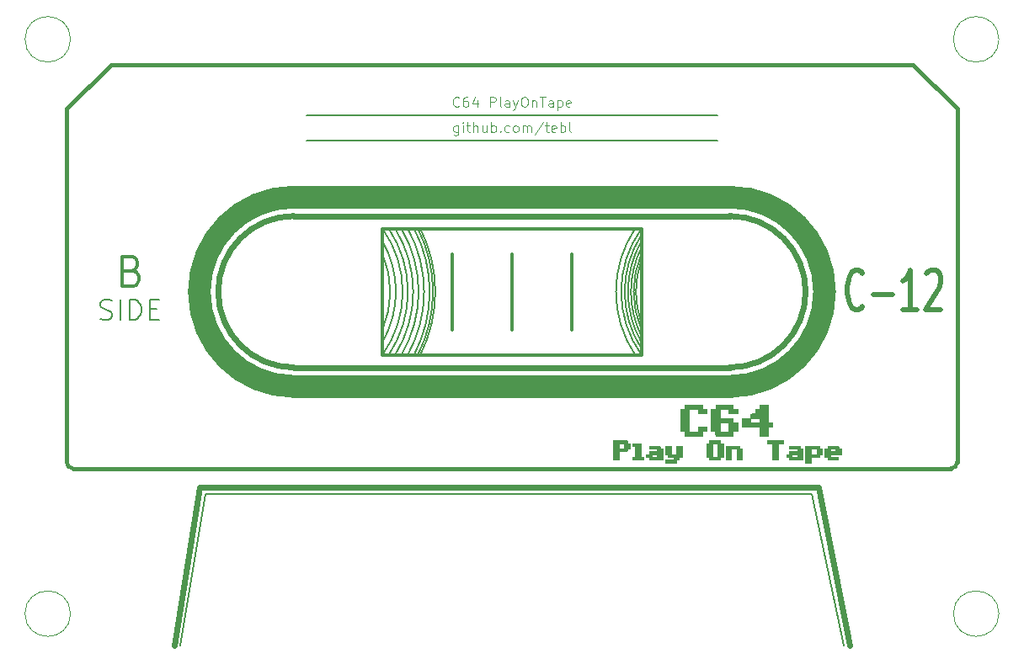
<source format=gto>
G04 #@! TF.GenerationSoftware,KiCad,Pcbnew,(5.1.8)-1*
G04 #@! TF.CreationDate,2022-02-20T18:12:03+01:00*
G04 #@! TF.ProjectId,PlayOnTape Backplate,506c6179-4f6e-4546-9170-65204261636b,rev?*
G04 #@! TF.SameCoordinates,Original*
G04 #@! TF.FileFunction,Legend,Top*
G04 #@! TF.FilePolarity,Positive*
%FSLAX46Y46*%
G04 Gerber Fmt 4.6, Leading zero omitted, Abs format (unit mm)*
G04 Created by KiCad (PCBNEW (5.1.8)-1) date 2022-02-20 18:12:03*
%MOMM*%
%LPD*%
G01*
G04 APERTURE LIST*
%ADD10C,0.150000*%
%ADD11C,0.300000*%
%ADD12C,2.300000*%
%ADD13C,0.400000*%
%ADD14C,0.600000*%
%ADD15C,0.500000*%
%ADD16C,0.200000*%
%ADD17C,0.100000*%
%ADD18C,0.010000*%
%ADD19C,0.120000*%
G04 APERTURE END LIST*
D10*
X107314999Y-102870000D02*
G75*
G02*
X107314999Y-110489999I-8889999J-3810000D01*
G01*
D11*
X120320000Y-102870000D02*
X120320000Y-110490000D01*
X126365000Y-102870000D02*
X126365000Y-110490000D01*
X114300000Y-102870000D02*
X114300000Y-110490000D01*
X107315000Y-113030000D02*
X107314999Y-100330001D01*
X133350000Y-113030000D02*
X133350000Y-100330000D01*
D10*
X133350001Y-111125000D02*
G75*
G02*
X133350001Y-102235001I8889999J4445000D01*
G01*
X133350002Y-109855000D02*
G75*
G02*
X133350001Y-103505001I8889998J3175000D01*
G01*
X133350001Y-110490000D02*
G75*
G02*
X133350001Y-102870001I8889999J3810000D01*
G01*
X133350001Y-111760000D02*
G75*
G02*
X133350001Y-101600001I8889999J5080000D01*
G01*
X133350001Y-112395000D02*
G75*
G02*
X133350001Y-100965001I8889999J5715000D01*
G01*
X133350001Y-113030000D02*
G75*
G02*
X133350001Y-100330001I8889999J6350000D01*
G01*
X132715001Y-113030000D02*
G75*
G02*
X132715001Y-100330001I9524999J6350000D01*
G01*
X107314999Y-101600000D02*
G75*
G02*
X107314999Y-111759999I-8889999J-5080000D01*
G01*
X107314999Y-100330000D02*
G75*
G02*
X107314999Y-113029999I-8889999J-6350000D01*
G01*
X107949999Y-100330000D02*
G75*
G02*
X107949999Y-113029999I-9524999J-6350000D01*
G01*
X109219998Y-100330001D02*
G75*
G02*
X109219999Y-113029999I-10794998J-6349999D01*
G01*
X108584999Y-100330000D02*
G75*
G02*
X108584999Y-113029999I-10159999J-6350000D01*
G01*
X109854999Y-100330000D02*
G75*
G02*
X109854999Y-113029999I-11429999J-6350000D01*
G01*
X110896392Y-100380018D02*
G75*
G02*
X110870999Y-113029999I-12471392J-6299982D01*
G01*
X110489999Y-100330000D02*
G75*
G02*
X110489999Y-113029999I-12064999J-6350000D01*
G01*
X111124998Y-100330000D02*
G75*
G02*
X111124999Y-113029999I-12699998J-6350000D01*
G01*
D11*
X133350000Y-113030000D02*
X107315000Y-113030000D01*
X107315000Y-100330000D02*
X133350000Y-100330000D01*
X82129285Y-104560714D02*
X82557857Y-104703571D01*
X82700714Y-104846428D01*
X82843571Y-105132142D01*
X82843571Y-105560714D01*
X82700714Y-105846428D01*
X82557857Y-105989285D01*
X82272142Y-106132142D01*
X81129285Y-106132142D01*
X81129285Y-103132142D01*
X82129285Y-103132142D01*
X82415000Y-103275000D01*
X82557857Y-103417857D01*
X82700714Y-103703571D01*
X82700714Y-103989285D01*
X82557857Y-104275000D01*
X82415000Y-104417857D01*
X82129285Y-104560714D01*
X81129285Y-104560714D01*
D12*
X88900000Y-106680000D02*
G75*
G03*
X98425000Y-116205000I9525000J0D01*
G01*
X98425000Y-97155000D02*
G75*
G03*
X88900000Y-106680000I0J-9525000D01*
G01*
X142240000Y-116205000D02*
G75*
G03*
X151765000Y-106680000I0J9525000D01*
G01*
X151765000Y-106680000D02*
G75*
G03*
X142240000Y-97155000I-9525000J0D01*
G01*
X98425000Y-97155000D02*
X142240000Y-97155000D01*
X98425000Y-116205000D02*
X142240000Y-116205000D01*
D13*
X76200000Y-124460000D02*
X164465000Y-124460000D01*
D14*
X142240000Y-99060000D02*
X98425000Y-99060000D01*
X98425000Y-114300000D02*
X142240000Y-114300000D01*
X90805000Y-106680000D02*
G75*
G03*
X98425000Y-114300000I7620000J0D01*
G01*
D15*
X155595238Y-108108571D02*
X155476190Y-108299047D01*
X155119047Y-108489523D01*
X154880952Y-108489523D01*
X154523809Y-108299047D01*
X154285714Y-107918095D01*
X154166666Y-107537142D01*
X154047619Y-106775238D01*
X154047619Y-106203809D01*
X154166666Y-105441904D01*
X154285714Y-105060952D01*
X154523809Y-104680000D01*
X154880952Y-104489523D01*
X155119047Y-104489523D01*
X155476190Y-104680000D01*
X155595238Y-104870476D01*
X156666666Y-106965714D02*
X158571428Y-106965714D01*
X161071428Y-108489523D02*
X159642857Y-108489523D01*
X160357142Y-108489523D02*
X160357142Y-104489523D01*
X160119047Y-105060952D01*
X159880952Y-105441904D01*
X159642857Y-105632380D01*
X162023809Y-104870476D02*
X162142857Y-104680000D01*
X162380952Y-104489523D01*
X162976190Y-104489523D01*
X163214285Y-104680000D01*
X163333333Y-104870476D01*
X163452380Y-105251428D01*
X163452380Y-105632380D01*
X163333333Y-106203809D01*
X161904761Y-108489523D01*
X163452380Y-108489523D01*
D10*
X78962619Y-109394523D02*
X79248333Y-109489761D01*
X79724523Y-109489761D01*
X79915000Y-109394523D01*
X80010238Y-109299285D01*
X80105476Y-109108809D01*
X80105476Y-108918333D01*
X80010238Y-108727857D01*
X79915000Y-108632619D01*
X79724523Y-108537380D01*
X79343571Y-108442142D01*
X79153095Y-108346904D01*
X79057857Y-108251666D01*
X78962619Y-108061190D01*
X78962619Y-107870714D01*
X79057857Y-107680238D01*
X79153095Y-107585000D01*
X79343571Y-107489761D01*
X79819761Y-107489761D01*
X80105476Y-107585000D01*
X80962619Y-109489761D02*
X80962619Y-107489761D01*
X81915000Y-109489761D02*
X81915000Y-107489761D01*
X82391190Y-107489761D01*
X82676904Y-107585000D01*
X82867380Y-107775476D01*
X82962619Y-107965952D01*
X83057857Y-108346904D01*
X83057857Y-108632619D01*
X82962619Y-109013571D01*
X82867380Y-109204047D01*
X82676904Y-109394523D01*
X82391190Y-109489761D01*
X81915000Y-109489761D01*
X83915000Y-108442142D02*
X84581666Y-108442142D01*
X84867380Y-109489761D02*
X83915000Y-109489761D01*
X83915000Y-107489761D01*
X84867380Y-107489761D01*
D16*
X99695000Y-88900000D02*
X140970000Y-88900000D01*
X99695000Y-91440000D02*
X140970000Y-91440000D01*
D17*
X114927738Y-89955714D02*
X114927738Y-90765238D01*
X114880119Y-90860476D01*
X114832500Y-90908095D01*
X114737261Y-90955714D01*
X114594404Y-90955714D01*
X114499166Y-90908095D01*
X114927738Y-90574761D02*
X114832500Y-90622380D01*
X114642023Y-90622380D01*
X114546785Y-90574761D01*
X114499166Y-90527142D01*
X114451547Y-90431904D01*
X114451547Y-90146190D01*
X114499166Y-90050952D01*
X114546785Y-90003333D01*
X114642023Y-89955714D01*
X114832500Y-89955714D01*
X114927738Y-90003333D01*
X115403928Y-90622380D02*
X115403928Y-89955714D01*
X115403928Y-89622380D02*
X115356309Y-89670000D01*
X115403928Y-89717619D01*
X115451547Y-89670000D01*
X115403928Y-89622380D01*
X115403928Y-89717619D01*
X115737261Y-89955714D02*
X116118214Y-89955714D01*
X115880119Y-89622380D02*
X115880119Y-90479523D01*
X115927738Y-90574761D01*
X116022976Y-90622380D01*
X116118214Y-90622380D01*
X116451547Y-90622380D02*
X116451547Y-89622380D01*
X116880119Y-90622380D02*
X116880119Y-90098571D01*
X116832500Y-90003333D01*
X116737261Y-89955714D01*
X116594404Y-89955714D01*
X116499166Y-90003333D01*
X116451547Y-90050952D01*
X117784880Y-89955714D02*
X117784880Y-90622380D01*
X117356309Y-89955714D02*
X117356309Y-90479523D01*
X117403928Y-90574761D01*
X117499166Y-90622380D01*
X117642023Y-90622380D01*
X117737261Y-90574761D01*
X117784880Y-90527142D01*
X118261071Y-90622380D02*
X118261071Y-89622380D01*
X118261071Y-90003333D02*
X118356309Y-89955714D01*
X118546785Y-89955714D01*
X118642023Y-90003333D01*
X118689642Y-90050952D01*
X118737261Y-90146190D01*
X118737261Y-90431904D01*
X118689642Y-90527142D01*
X118642023Y-90574761D01*
X118546785Y-90622380D01*
X118356309Y-90622380D01*
X118261071Y-90574761D01*
X119165833Y-90527142D02*
X119213452Y-90574761D01*
X119165833Y-90622380D01*
X119118214Y-90574761D01*
X119165833Y-90527142D01*
X119165833Y-90622380D01*
X120070595Y-90574761D02*
X119975357Y-90622380D01*
X119784880Y-90622380D01*
X119689642Y-90574761D01*
X119642023Y-90527142D01*
X119594404Y-90431904D01*
X119594404Y-90146190D01*
X119642023Y-90050952D01*
X119689642Y-90003333D01*
X119784880Y-89955714D01*
X119975357Y-89955714D01*
X120070595Y-90003333D01*
X120642023Y-90622380D02*
X120546785Y-90574761D01*
X120499166Y-90527142D01*
X120451547Y-90431904D01*
X120451547Y-90146190D01*
X120499166Y-90050952D01*
X120546785Y-90003333D01*
X120642023Y-89955714D01*
X120784880Y-89955714D01*
X120880119Y-90003333D01*
X120927738Y-90050952D01*
X120975357Y-90146190D01*
X120975357Y-90431904D01*
X120927738Y-90527142D01*
X120880119Y-90574761D01*
X120784880Y-90622380D01*
X120642023Y-90622380D01*
X121403928Y-90622380D02*
X121403928Y-89955714D01*
X121403928Y-90050952D02*
X121451547Y-90003333D01*
X121546785Y-89955714D01*
X121689642Y-89955714D01*
X121784880Y-90003333D01*
X121832500Y-90098571D01*
X121832500Y-90622380D01*
X121832500Y-90098571D02*
X121880119Y-90003333D01*
X121975357Y-89955714D01*
X122118214Y-89955714D01*
X122213452Y-90003333D01*
X122261071Y-90098571D01*
X122261071Y-90622380D01*
X123451547Y-89574761D02*
X122594404Y-90860476D01*
X123642023Y-89955714D02*
X124022976Y-89955714D01*
X123784880Y-89622380D02*
X123784880Y-90479523D01*
X123832500Y-90574761D01*
X123927738Y-90622380D01*
X124022976Y-90622380D01*
X124737261Y-90574761D02*
X124642023Y-90622380D01*
X124451547Y-90622380D01*
X124356309Y-90574761D01*
X124308690Y-90479523D01*
X124308690Y-90098571D01*
X124356309Y-90003333D01*
X124451547Y-89955714D01*
X124642023Y-89955714D01*
X124737261Y-90003333D01*
X124784880Y-90098571D01*
X124784880Y-90193809D01*
X124308690Y-90289047D01*
X125213452Y-90622380D02*
X125213452Y-89622380D01*
X125213452Y-90003333D02*
X125308690Y-89955714D01*
X125499166Y-89955714D01*
X125594404Y-90003333D01*
X125642023Y-90050952D01*
X125689642Y-90146190D01*
X125689642Y-90431904D01*
X125642023Y-90527142D01*
X125594404Y-90574761D01*
X125499166Y-90622380D01*
X125308690Y-90622380D01*
X125213452Y-90574761D01*
X126261071Y-90622380D02*
X126165833Y-90574761D01*
X126118214Y-90479523D01*
X126118214Y-89622380D01*
X115022976Y-87987142D02*
X114975357Y-88034761D01*
X114832500Y-88082380D01*
X114737261Y-88082380D01*
X114594404Y-88034761D01*
X114499166Y-87939523D01*
X114451547Y-87844285D01*
X114403928Y-87653809D01*
X114403928Y-87510952D01*
X114451547Y-87320476D01*
X114499166Y-87225238D01*
X114594404Y-87130000D01*
X114737261Y-87082380D01*
X114832500Y-87082380D01*
X114975357Y-87130000D01*
X115022976Y-87177619D01*
X115880119Y-87082380D02*
X115689642Y-87082380D01*
X115594404Y-87130000D01*
X115546785Y-87177619D01*
X115451547Y-87320476D01*
X115403928Y-87510952D01*
X115403928Y-87891904D01*
X115451547Y-87987142D01*
X115499166Y-88034761D01*
X115594404Y-88082380D01*
X115784880Y-88082380D01*
X115880119Y-88034761D01*
X115927738Y-87987142D01*
X115975357Y-87891904D01*
X115975357Y-87653809D01*
X115927738Y-87558571D01*
X115880119Y-87510952D01*
X115784880Y-87463333D01*
X115594404Y-87463333D01*
X115499166Y-87510952D01*
X115451547Y-87558571D01*
X115403928Y-87653809D01*
X116832500Y-87415714D02*
X116832500Y-88082380D01*
X116594404Y-87034761D02*
X116356309Y-87749047D01*
X116975357Y-87749047D01*
X118118214Y-88082380D02*
X118118214Y-87082380D01*
X118499166Y-87082380D01*
X118594404Y-87130000D01*
X118642023Y-87177619D01*
X118689642Y-87272857D01*
X118689642Y-87415714D01*
X118642023Y-87510952D01*
X118594404Y-87558571D01*
X118499166Y-87606190D01*
X118118214Y-87606190D01*
X119261071Y-88082380D02*
X119165833Y-88034761D01*
X119118214Y-87939523D01*
X119118214Y-87082380D01*
X120070595Y-88082380D02*
X120070595Y-87558571D01*
X120022976Y-87463333D01*
X119927738Y-87415714D01*
X119737261Y-87415714D01*
X119642023Y-87463333D01*
X120070595Y-88034761D02*
X119975357Y-88082380D01*
X119737261Y-88082380D01*
X119642023Y-88034761D01*
X119594404Y-87939523D01*
X119594404Y-87844285D01*
X119642023Y-87749047D01*
X119737261Y-87701428D01*
X119975357Y-87701428D01*
X120070595Y-87653809D01*
X120451547Y-87415714D02*
X120689642Y-88082380D01*
X120927738Y-87415714D02*
X120689642Y-88082380D01*
X120594404Y-88320476D01*
X120546785Y-88368095D01*
X120451547Y-88415714D01*
X121499166Y-87082380D02*
X121689642Y-87082380D01*
X121784880Y-87130000D01*
X121880119Y-87225238D01*
X121927738Y-87415714D01*
X121927738Y-87749047D01*
X121880119Y-87939523D01*
X121784880Y-88034761D01*
X121689642Y-88082380D01*
X121499166Y-88082380D01*
X121403928Y-88034761D01*
X121308690Y-87939523D01*
X121261071Y-87749047D01*
X121261071Y-87415714D01*
X121308690Y-87225238D01*
X121403928Y-87130000D01*
X121499166Y-87082380D01*
X122356309Y-87415714D02*
X122356309Y-88082380D01*
X122356309Y-87510952D02*
X122403928Y-87463333D01*
X122499166Y-87415714D01*
X122642023Y-87415714D01*
X122737261Y-87463333D01*
X122784880Y-87558571D01*
X122784880Y-88082380D01*
X123118214Y-87082380D02*
X123689642Y-87082380D01*
X123403928Y-88082380D02*
X123403928Y-87082380D01*
X124451547Y-88082380D02*
X124451547Y-87558571D01*
X124403928Y-87463333D01*
X124308690Y-87415714D01*
X124118214Y-87415714D01*
X124022976Y-87463333D01*
X124451547Y-88034761D02*
X124356309Y-88082380D01*
X124118214Y-88082380D01*
X124022976Y-88034761D01*
X123975357Y-87939523D01*
X123975357Y-87844285D01*
X124022976Y-87749047D01*
X124118214Y-87701428D01*
X124356309Y-87701428D01*
X124451547Y-87653809D01*
X124927738Y-87415714D02*
X124927738Y-88415714D01*
X124927738Y-87463333D02*
X125022976Y-87415714D01*
X125213452Y-87415714D01*
X125308690Y-87463333D01*
X125356309Y-87510952D01*
X125403928Y-87606190D01*
X125403928Y-87891904D01*
X125356309Y-87987142D01*
X125308690Y-88034761D01*
X125213452Y-88082380D01*
X125022976Y-88082380D01*
X124927738Y-88034761D01*
X126213452Y-88034761D02*
X126118214Y-88082380D01*
X125927738Y-88082380D01*
X125832500Y-88034761D01*
X125784880Y-87939523D01*
X125784880Y-87558571D01*
X125832500Y-87463333D01*
X125927738Y-87415714D01*
X126118214Y-87415714D01*
X126213452Y-87463333D01*
X126261071Y-87558571D01*
X126261071Y-87653809D01*
X125784880Y-87749047D01*
D16*
X153670000Y-142240000D02*
X150495000Y-127000000D01*
X86995000Y-142240000D02*
X89530000Y-127000000D01*
X150495000Y-127000000D02*
X89535000Y-127000000D01*
D14*
X149860000Y-106680000D02*
G75*
G03*
X142240000Y-99060000I-7620000J0D01*
G01*
X142240000Y-114300000D02*
G75*
G03*
X149860000Y-106680000I0J7620000D01*
G01*
X98425000Y-99060000D02*
G75*
G03*
X90805000Y-106680000I0J-7620000D01*
G01*
D13*
X160655000Y-83820000D02*
X80010000Y-83820000D01*
X165100000Y-123825000D02*
X165100000Y-88265000D01*
X164465000Y-124460000D02*
G75*
G03*
X165100000Y-123825000I0J635000D01*
G01*
X75565000Y-123825000D02*
X75565000Y-88265000D01*
X75565000Y-123825000D02*
G75*
G03*
X76200000Y-124460000I635000J0D01*
G01*
X160655000Y-83820000D02*
X165100000Y-88265000D01*
X80010000Y-83820000D02*
X75565000Y-88265000D01*
D14*
X88900000Y-126365000D02*
X151130000Y-126365000D01*
X88900000Y-126365000D02*
X86360000Y-142240000D01*
X151130000Y-126365000D02*
X154305000Y-142240000D01*
D18*
G36*
X136316130Y-123014311D02*
G01*
X136875490Y-123014311D01*
X136875490Y-122200697D01*
X137409424Y-122200697D01*
X137409424Y-123293990D01*
X137129744Y-123293990D01*
X137129744Y-123573670D01*
X136850064Y-123573670D01*
X136850064Y-123853350D01*
X135756771Y-123853350D01*
X135756771Y-123573670D01*
X136595810Y-123573670D01*
X136595810Y-123293990D01*
X136036451Y-123293990D01*
X136036451Y-123014311D01*
X135756771Y-123014311D01*
X135756771Y-122200697D01*
X136316130Y-122200697D01*
X136316130Y-123014311D01*
G37*
X136316130Y-123014311D02*
X136875490Y-123014311D01*
X136875490Y-122200697D01*
X137409424Y-122200697D01*
X137409424Y-123293990D01*
X137129744Y-123293990D01*
X137129744Y-123573670D01*
X136850064Y-123573670D01*
X136850064Y-123853350D01*
X135756771Y-123853350D01*
X135756771Y-123573670D01*
X136595810Y-123573670D01*
X136595810Y-123293990D01*
X136036451Y-123293990D01*
X136036451Y-123014311D01*
X135756771Y-123014311D01*
X135756771Y-122200697D01*
X136316130Y-122200697D01*
X136316130Y-123014311D01*
G36*
X151220457Y-122334180D02*
G01*
X151228142Y-122467664D01*
X151361626Y-122475349D01*
X151495109Y-122483034D01*
X151495109Y-123011653D01*
X151361626Y-123019338D01*
X151228142Y-123027023D01*
X151220457Y-123160507D01*
X151212772Y-123293990D01*
X150401816Y-123293990D01*
X150401816Y-123853350D01*
X149842457Y-123853350D01*
X149842457Y-123014311D01*
X150401816Y-123014311D01*
X150962896Y-123014311D01*
X150955679Y-122740987D01*
X150948463Y-122467664D01*
X150675139Y-122460447D01*
X150401816Y-122453231D01*
X150401816Y-123014311D01*
X149842457Y-123014311D01*
X149842457Y-122200697D01*
X151212772Y-122200697D01*
X151220457Y-122334180D01*
G37*
X151220457Y-122334180D02*
X151228142Y-122467664D01*
X151361626Y-122475349D01*
X151495109Y-122483034D01*
X151495109Y-123011653D01*
X151361626Y-123019338D01*
X151228142Y-123027023D01*
X151220457Y-123160507D01*
X151212772Y-123293990D01*
X150401816Y-123293990D01*
X150401816Y-123853350D01*
X149842457Y-123853350D01*
X149842457Y-123014311D01*
X150401816Y-123014311D01*
X150962896Y-123014311D01*
X150955679Y-122740987D01*
X150948463Y-122467664D01*
X150675139Y-122460447D01*
X150401816Y-122453231D01*
X150401816Y-123014311D01*
X149842457Y-123014311D01*
X149842457Y-122200697D01*
X151212772Y-122200697D01*
X151220457Y-122334180D01*
G36*
X131897134Y-121774821D02*
G01*
X131904819Y-121908305D01*
X132038303Y-121915990D01*
X132171786Y-121923675D01*
X132171786Y-122452294D01*
X132038303Y-122459979D01*
X131904819Y-122467664D01*
X131897134Y-122601147D01*
X131889449Y-122734631D01*
X131078493Y-122734631D01*
X131078493Y-123573670D01*
X130519133Y-123573670D01*
X130519133Y-121921017D01*
X131078493Y-121921017D01*
X131078493Y-122482097D01*
X131351816Y-122474881D01*
X131625139Y-122467664D01*
X131632356Y-122194341D01*
X131639572Y-121921017D01*
X131078493Y-121921017D01*
X130519133Y-121921017D01*
X130519133Y-121641338D01*
X131889449Y-121641338D01*
X131897134Y-121774821D01*
G37*
X131897134Y-121774821D02*
X131904819Y-121908305D01*
X132038303Y-121915990D01*
X132171786Y-121923675D01*
X132171786Y-122452294D01*
X132038303Y-122459979D01*
X131904819Y-122467664D01*
X131897134Y-122601147D01*
X131889449Y-122734631D01*
X131078493Y-122734631D01*
X131078493Y-123573670D01*
X130519133Y-123573670D01*
X130519133Y-121921017D01*
X131078493Y-121921017D01*
X131078493Y-122482097D01*
X131351816Y-122474881D01*
X131625139Y-122467664D01*
X131632356Y-122194341D01*
X131639572Y-121921017D01*
X131078493Y-121921017D01*
X130519133Y-121921017D01*
X130519133Y-121641338D01*
X131889449Y-121641338D01*
X131897134Y-121774821D01*
G36*
X133290505Y-123293990D02*
G01*
X133544759Y-123293990D01*
X133544759Y-123573670D01*
X132451466Y-123573670D01*
X132451466Y-123293990D01*
X132731145Y-123293990D01*
X132731145Y-122200697D01*
X132451466Y-122200697D01*
X132451466Y-121921017D01*
X133290505Y-121921017D01*
X133290505Y-123293990D01*
G37*
X133290505Y-123293990D02*
X133544759Y-123293990D01*
X133544759Y-123573670D01*
X132451466Y-123573670D01*
X132451466Y-123293990D01*
X132731145Y-123293990D01*
X132731145Y-122200697D01*
X132451466Y-122200697D01*
X132451466Y-121921017D01*
X133290505Y-121921017D01*
X133290505Y-123293990D01*
G36*
X135202439Y-122334180D02*
G01*
X135210124Y-122467664D01*
X135343608Y-122475349D01*
X135477091Y-122483034D01*
X135477091Y-123573670D01*
X134104118Y-123573670D01*
X134104118Y-123293990D01*
X134383798Y-123293990D01*
X134945815Y-123293990D01*
X134938130Y-123160507D01*
X134930445Y-123027023D01*
X134657121Y-123019807D01*
X134383798Y-123012590D01*
X134383798Y-123293990D01*
X134104118Y-123293990D01*
X133824439Y-123293990D01*
X133824439Y-123014311D01*
X134104118Y-123014311D01*
X134104118Y-122734631D01*
X134945815Y-122734631D01*
X134938130Y-122601147D01*
X134930445Y-122467664D01*
X134517281Y-122460678D01*
X134104118Y-122453692D01*
X134104118Y-122200697D01*
X135194754Y-122200697D01*
X135202439Y-122334180D01*
G37*
X135202439Y-122334180D02*
X135210124Y-122467664D01*
X135343608Y-122475349D01*
X135477091Y-122483034D01*
X135477091Y-123573670D01*
X134104118Y-123573670D01*
X134104118Y-123293990D01*
X134383798Y-123293990D01*
X134945815Y-123293990D01*
X134938130Y-123160507D01*
X134930445Y-123027023D01*
X134657121Y-123019807D01*
X134383798Y-123012590D01*
X134383798Y-123293990D01*
X134104118Y-123293990D01*
X133824439Y-123293990D01*
X133824439Y-123014311D01*
X134104118Y-123014311D01*
X134104118Y-122734631D01*
X134945815Y-122734631D01*
X134938130Y-122601147D01*
X134930445Y-122467664D01*
X134517281Y-122460678D01*
X134104118Y-122453692D01*
X134104118Y-122200697D01*
X135194754Y-122200697D01*
X135202439Y-122334180D01*
G36*
X141279116Y-121774821D02*
G01*
X141286801Y-121908305D01*
X141420284Y-121915990D01*
X141553768Y-121923675D01*
X141553768Y-123293990D01*
X141274088Y-123293990D01*
X141274088Y-123573670D01*
X140180795Y-123573670D01*
X140180795Y-123293990D01*
X139901115Y-123293990D01*
X139901115Y-121921017D01*
X140180795Y-121921017D01*
X140460475Y-121921017D01*
X140460475Y-123293990D01*
X141019834Y-123293990D01*
X141019834Y-121921017D01*
X140460475Y-121921017D01*
X140180795Y-121921017D01*
X140180795Y-121641338D01*
X141271431Y-121641338D01*
X141279116Y-121774821D01*
G37*
X141279116Y-121774821D02*
X141286801Y-121908305D01*
X141420284Y-121915990D01*
X141553768Y-121923675D01*
X141553768Y-123293990D01*
X141274088Y-123293990D01*
X141274088Y-123573670D01*
X140180795Y-123573670D01*
X140180795Y-123293990D01*
X139901115Y-123293990D01*
X139901115Y-121921017D01*
X140180795Y-121921017D01*
X140460475Y-121921017D01*
X140460475Y-123293990D01*
X141019834Y-123293990D01*
X141019834Y-121921017D01*
X140460475Y-121921017D01*
X140180795Y-121921017D01*
X140180795Y-121641338D01*
X141271431Y-121641338D01*
X141279116Y-121774821D01*
G36*
X143211448Y-122334180D02*
G01*
X143219133Y-122467664D01*
X143352617Y-122475349D01*
X143486100Y-122483034D01*
X143486100Y-123573670D01*
X142953158Y-123573670D01*
X142939454Y-122467664D01*
X142666130Y-122460447D01*
X142392807Y-122453231D01*
X142392807Y-123573670D01*
X141833448Y-123573670D01*
X141833448Y-122200697D01*
X143203763Y-122200697D01*
X143211448Y-122334180D01*
G37*
X143211448Y-122334180D02*
X143219133Y-122467664D01*
X143352617Y-122475349D01*
X143486100Y-122483034D01*
X143486100Y-123573670D01*
X142953158Y-123573670D01*
X142939454Y-122467664D01*
X142666130Y-122460447D01*
X142392807Y-122453231D01*
X142392807Y-123573670D01*
X141833448Y-123573670D01*
X141833448Y-122200697D01*
X143203763Y-122200697D01*
X143211448Y-122334180D01*
G36*
X147630445Y-121921017D02*
G01*
X147071085Y-121921017D01*
X147071085Y-123573670D01*
X146537151Y-123573670D01*
X146537151Y-121921017D01*
X145977792Y-121921017D01*
X145977792Y-121641338D01*
X147630445Y-121641338D01*
X147630445Y-121921017D01*
G37*
X147630445Y-121921017D02*
X147071085Y-121921017D01*
X147071085Y-123573670D01*
X146537151Y-123573670D01*
X146537151Y-121921017D01*
X145977792Y-121921017D01*
X145977792Y-121641338D01*
X147630445Y-121641338D01*
X147630445Y-121921017D01*
G36*
X149288125Y-122334180D02*
G01*
X149295810Y-122467664D01*
X149429294Y-122475349D01*
X149562777Y-122483034D01*
X149562777Y-123573670D01*
X148189804Y-123573670D01*
X148189804Y-123293990D01*
X148469484Y-123293990D01*
X149031500Y-123293990D01*
X149023815Y-123160507D01*
X149016130Y-123027023D01*
X148742807Y-123019807D01*
X148469484Y-123012590D01*
X148469484Y-123293990D01*
X148189804Y-123293990D01*
X147910124Y-123293990D01*
X147910124Y-123014311D01*
X148189804Y-123014311D01*
X148189804Y-122734631D01*
X149031500Y-122734631D01*
X149023815Y-122601147D01*
X149016130Y-122467664D01*
X148189804Y-122453692D01*
X148189804Y-122200697D01*
X149280440Y-122200697D01*
X149288125Y-122334180D01*
G37*
X149288125Y-122334180D02*
X149295810Y-122467664D01*
X149429294Y-122475349D01*
X149562777Y-122483034D01*
X149562777Y-123573670D01*
X148189804Y-123573670D01*
X148189804Y-123293990D01*
X148469484Y-123293990D01*
X149031500Y-123293990D01*
X149023815Y-123160507D01*
X149016130Y-123027023D01*
X148742807Y-123019807D01*
X148469484Y-123012590D01*
X148469484Y-123293990D01*
X148189804Y-123293990D01*
X147910124Y-123293990D01*
X147910124Y-123014311D01*
X148189804Y-123014311D01*
X148189804Y-122734631D01*
X149031500Y-122734631D01*
X149023815Y-122601147D01*
X149016130Y-122467664D01*
X148189804Y-122453692D01*
X148189804Y-122200697D01*
X149280440Y-122200697D01*
X149288125Y-122334180D01*
G36*
X153152790Y-122334180D02*
G01*
X153160475Y-122467664D01*
X153293958Y-122475349D01*
X153427442Y-122483034D01*
X153427442Y-123014311D01*
X152334148Y-123014311D01*
X152334148Y-123293990D01*
X153147762Y-123293990D01*
X153147762Y-123573670D01*
X152054469Y-123573670D01*
X152054469Y-123293990D01*
X151774789Y-123293990D01*
X151774789Y-122734631D01*
X152334148Y-122734631D01*
X152896165Y-122734631D01*
X152888480Y-122601147D01*
X152880795Y-122467664D01*
X152607472Y-122460447D01*
X152334148Y-122453231D01*
X152334148Y-122734631D01*
X151774789Y-122734631D01*
X151774789Y-122483034D01*
X151908272Y-122475349D01*
X152041756Y-122467664D01*
X152049441Y-122334180D01*
X152057126Y-122200697D01*
X153145105Y-122200697D01*
X153152790Y-122334180D01*
G37*
X153152790Y-122334180D02*
X153160475Y-122467664D01*
X153293958Y-122475349D01*
X153427442Y-122483034D01*
X153427442Y-123014311D01*
X152334148Y-123014311D01*
X152334148Y-123293990D01*
X153147762Y-123293990D01*
X153147762Y-123573670D01*
X152054469Y-123573670D01*
X152054469Y-123293990D01*
X151774789Y-123293990D01*
X151774789Y-122734631D01*
X152334148Y-122734631D01*
X152896165Y-122734631D01*
X152888480Y-122601147D01*
X152880795Y-122467664D01*
X152607472Y-122460447D01*
X152334148Y-122453231D01*
X152334148Y-122734631D01*
X151774789Y-122734631D01*
X151774789Y-122483034D01*
X151908272Y-122475349D01*
X152041756Y-122467664D01*
X152049441Y-122334180D01*
X152057126Y-122200697D01*
X153145105Y-122200697D01*
X153152790Y-122334180D01*
G36*
X139443458Y-118488585D02*
G01*
X139901115Y-118488585D01*
X139901115Y-118920817D01*
X139011225Y-118920817D01*
X139011225Y-118488585D01*
X138121336Y-118488585D01*
X138121336Y-120726022D01*
X139011225Y-120726022D01*
X139011225Y-120268365D01*
X139901115Y-120268365D01*
X139901115Y-120698617D01*
X139678643Y-120705963D01*
X139456170Y-120713310D01*
X139448824Y-120935782D01*
X139441478Y-121158255D01*
X137691083Y-121158255D01*
X137683737Y-120935782D01*
X137676391Y-120713310D01*
X137453918Y-120705963D01*
X137231446Y-120698617D01*
X137231446Y-118488585D01*
X137689103Y-118488585D01*
X137689103Y-118056353D01*
X139443458Y-118056353D01*
X139443458Y-118488585D01*
G37*
X139443458Y-118488585D02*
X139901115Y-118488585D01*
X139901115Y-118920817D01*
X139011225Y-118920817D01*
X139011225Y-118488585D01*
X138121336Y-118488585D01*
X138121336Y-120726022D01*
X139011225Y-120726022D01*
X139011225Y-120268365D01*
X139901115Y-120268365D01*
X139901115Y-120698617D01*
X139678643Y-120705963D01*
X139456170Y-120713310D01*
X139448824Y-120935782D01*
X139441478Y-121158255D01*
X137691083Y-121158255D01*
X137683737Y-120935782D01*
X137676391Y-120713310D01*
X137453918Y-120705963D01*
X137231446Y-120698617D01*
X137231446Y-118488585D01*
X137689103Y-118488585D01*
X137689103Y-118056353D01*
X139443458Y-118056353D01*
X139443458Y-118488585D01*
G36*
X142545360Y-118488585D02*
G01*
X143003017Y-118488585D01*
X143003017Y-118920817D01*
X142113127Y-118920817D01*
X142113127Y-118488585D01*
X141223237Y-118488585D01*
X141223237Y-119378475D01*
X142543380Y-119378475D01*
X142550726Y-119600947D01*
X142558072Y-119823420D01*
X142780545Y-119830766D01*
X143003017Y-119838112D01*
X143003017Y-120698617D01*
X142780545Y-120705963D01*
X142558072Y-120713310D01*
X142550726Y-120935782D01*
X142543380Y-121158255D01*
X140792985Y-121158255D01*
X140785639Y-120935782D01*
X140778293Y-120713310D01*
X140555820Y-120705963D01*
X140333348Y-120698617D01*
X140333348Y-119810707D01*
X141223237Y-119810707D01*
X141223237Y-120726022D01*
X142113127Y-120726022D01*
X142113127Y-119810707D01*
X141223237Y-119810707D01*
X140333348Y-119810707D01*
X140333348Y-118488585D01*
X140791005Y-118488585D01*
X140791005Y-118056353D01*
X142545360Y-118056353D01*
X142545360Y-118488585D01*
G37*
X142545360Y-118488585D02*
X143003017Y-118488585D01*
X143003017Y-118920817D01*
X142113127Y-118920817D01*
X142113127Y-118488585D01*
X141223237Y-118488585D01*
X141223237Y-119378475D01*
X142543380Y-119378475D01*
X142550726Y-119600947D01*
X142558072Y-119823420D01*
X142780545Y-119830766D01*
X143003017Y-119838112D01*
X143003017Y-120698617D01*
X142780545Y-120705963D01*
X142558072Y-120713310D01*
X142550726Y-120935782D01*
X142543380Y-121158255D01*
X140792985Y-121158255D01*
X140785639Y-120935782D01*
X140778293Y-120713310D01*
X140555820Y-120705963D01*
X140333348Y-120698617D01*
X140333348Y-119810707D01*
X141223237Y-119810707D01*
X141223237Y-120726022D01*
X142113127Y-120726022D01*
X142113127Y-119810707D01*
X141223237Y-119810707D01*
X140333348Y-119810707D01*
X140333348Y-118488585D01*
X140791005Y-118488585D01*
X140791005Y-118056353D01*
X142545360Y-118056353D01*
X142545360Y-118488585D01*
G36*
X146104919Y-119836132D02*
G01*
X146537151Y-119836132D01*
X146537151Y-120268365D01*
X146104919Y-120268365D01*
X146104919Y-121158255D01*
X145215029Y-121158255D01*
X145215029Y-120268365D01*
X143435249Y-120268365D01*
X143435249Y-119378475D01*
X144325139Y-119378475D01*
X144325139Y-119836132D01*
X145215029Y-119836132D01*
X145215029Y-119378475D01*
X144325139Y-119378475D01*
X144325139Y-118948222D01*
X144547612Y-118940876D01*
X144770084Y-118933530D01*
X144777431Y-118711057D01*
X144784777Y-118488585D01*
X145215029Y-118488585D01*
X145215029Y-118056353D01*
X146104919Y-118056353D01*
X146104919Y-119836132D01*
G37*
X146104919Y-119836132D02*
X146537151Y-119836132D01*
X146537151Y-120268365D01*
X146104919Y-120268365D01*
X146104919Y-121158255D01*
X145215029Y-121158255D01*
X145215029Y-120268365D01*
X143435249Y-120268365D01*
X143435249Y-119378475D01*
X144325139Y-119378475D01*
X144325139Y-119836132D01*
X145215029Y-119836132D01*
X145215029Y-119378475D01*
X144325139Y-119378475D01*
X144325139Y-118948222D01*
X144547612Y-118940876D01*
X144770084Y-118933530D01*
X144777431Y-118711057D01*
X144784777Y-118488585D01*
X145215029Y-118488585D01*
X145215029Y-118056353D01*
X146104919Y-118056353D01*
X146104919Y-119836132D01*
D19*
X75946000Y-139065000D02*
G75*
G03*
X75946000Y-139065000I-2286000J0D01*
G01*
X169291000Y-139065000D02*
G75*
G03*
X169291000Y-139065000I-2286000J0D01*
G01*
X169291000Y-81280000D02*
G75*
G03*
X169291000Y-81280000I-2286000J0D01*
G01*
X75946000Y-81280000D02*
G75*
G03*
X75946000Y-81280000I-2286000J0D01*
G01*
M02*

</source>
